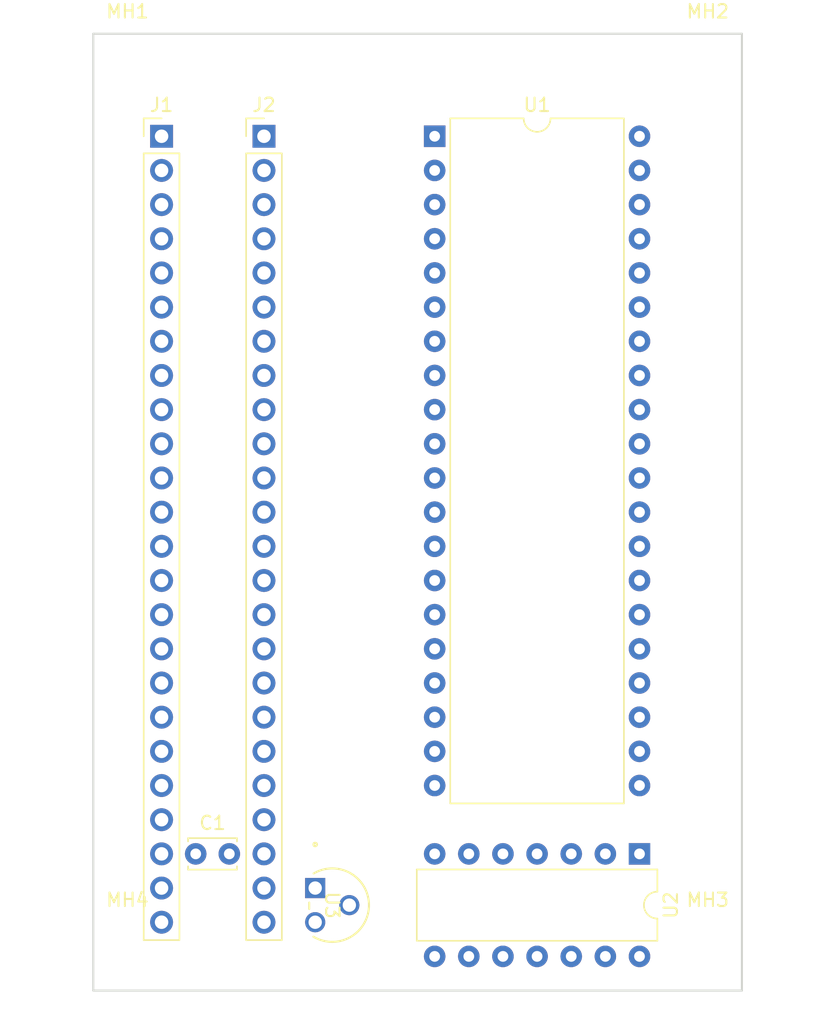
<source format=kicad_pcb>
(kicad_pcb (version 20221018) (generator pcbnew)
  (title_block (title "BionicMOS6502") (company "Tadashi G. Takaoka"))
  (layers (0 "F.Cu" signal) (31 "B.Cu" signal) (34 "B.Paste" user) (35 "F.Paste" user) (36 "B.SilkS" user "B.Silkscreen") (37 "F.SilkS" user "F.Silkscreen") (38 "B.Mask" user) (39 "F.Mask" user) (44 "Edge.Cuts" user))
  (net 0 "")
  (net 1 "VCC")
  (net 2 "GND")
  (net 4 "/P26")
  (net 5 "/P27")
  (net 6 "/P47")
  (net 7 "/P46")
  (net 8 "/P25")
  (net 9 "/P24")
  (net 10 "/P23")
  (net 11 "/P22")
  (net 12 "/P21")
  (net 13 "/P20")
  (net 14 "/P34")
  (net 15 "/P35")
  (net 16 "/P17")
  (net 17 "/P36")
  (net 18 "/P16")
  (net 19 "/P15")
  (net 20 "/P40")
  (net 21 "/P14")
  (net 22 "/P41")
  (net 23 "/P13")
  (net 24 "/P42")
  (net 25 "/P12")
  (net 26 "/P11")
  (net 27 "/P44")
  (net 28 "/P10")
  (net 29 "/P45")
  (net 30 "Net-(U1-BE)")
  (net 31 "/P50")
  (net 32 "/P43")
  (net 33 "/P52")
  (net 34 "/P30")
  (net 35 "/P31")
  (net 36 "/P32")
  (net 37 "/P33")
  (net 38 "/P37")
  (net 39 "/P51")
  (net 40 "/P53")
  (net 41 "/P55")
  (net 42 "/P54")
  (net 43 "Net-(U1-PHI2I)")
  (net 44 "Net-(U1-~{RES})")
  (net 47 "Net-(J2-P57)")
  (footprint "MountingHole:MountingHole_3.2mm_M3" (layer "F.Cu") (at 101 70)
    (fp_text reference "MH1" (at 0 -4.2) (layer "F.SilkS"))
    (fp_text value "MountingHole_3.2mm_M3")
    (pad "" np_thru_hole circle (at 0 0) (size 3.2 3.2) (drill 3.2) (layers "*.Cu" "*.Mask"))
  )
  (footprint "MountingHole:MountingHole_3.2mm_M3" (layer "F.Cu") (at 144.18 70)
    (fp_text reference "MH2" (at 0 -4.2) (layer "F.SilkS"))
    (fp_text value "MountingHole_3.2mm_M3")
    (pad "" np_thru_hole circle (at 0 0) (size 3.2 3.2) (drill 3.2) (layers "*.Cu" "*.Mask"))
  )
  (footprint "MountingHole:MountingHole_3.2mm_M3" (layer "F.Cu") (at 144.18 136.04)
    (fp_text reference "MH3" (at 0 -4.2) (layer "F.SilkS"))
    (fp_text value "MountingHole_3.2mm_M3")
    (pad "" np_thru_hole circle (at 0 0) (size 3.2 3.2) (drill 3.2) (layers "*.Cu" "*.Mask"))
  )
  (footprint "MountingHole:MountingHole_3.2mm_M3" (layer "F.Cu") (at 101 136.04)
    (fp_text reference "MH4" (at 0 -4.2) (layer "F.SilkS"))
    (fp_text value "MountingHole_3.2mm_M3")
    (pad "" np_thru_hole circle (at 0 0) (size 3.2 3.2) (drill 3.2) (layers "*.Cu" "*.Mask"))
  )
  (footprint "Package_DIP:DIP-14_W7.62mm" (layer "F.Cu") (at 139.1 128.42 -90)
    (fp_text reference "U2" (at 3.81 -2.33 90) (layer "F.SilkS"))
    (fp_text value "74HC126")
    (fp_line (start 1.16 -1.33) (end 1.16 16.57) (stroke (width 0.12)) (layer "F.SilkS"))
    (fp_line (start 1.16 16.57) (end 6.46 16.57) (stroke (width 0.12)) (layer "F.SilkS"))
    (fp_line (start 2.81 -1.33) (end 1.16 -1.33) (stroke (width 0.12)) (layer "F.SilkS"))
    (fp_line (start 6.46 -1.33) (end 4.81 -1.33) (stroke (width 0.12)) (layer "F.SilkS"))
    (fp_line (start 6.46 16.57) (end 6.46 -1.33) (stroke (width 0.12)) (layer "F.SilkS"))
    (fp_arc (start 4.81 -1.33) (mid 3.81 -0.33) (end 2.81 -1.33) (stroke (width 0.12)) (layer "F.SilkS"))
    (pad "1" thru_hole rect (at 0 0 270) (size 1.6 1.6) (drill 0.8) (layers "*.Cu" "*.Mask") (net 1 "VCC"))
    (pad "2" thru_hole oval (at 0 2.54 270) (size 1.6 1.6) (drill 0.8) (layers "*.Cu" "*.Mask") (net 7 "/P46"))
    (pad "3" thru_hole oval (at 0 5.08 270) (size 1.6 1.6) (drill 0.8) (layers "*.Cu" "*.Mask") (net 43 "Net-(U1-PHI2I)"))
    (pad "4" thru_hole oval (at 0 7.62 270) (size 1.6 1.6) (drill 0.8) (layers "*.Cu" "*.Mask") (net 1 "VCC"))
    (pad "5" thru_hole oval (at 0 10.16 270) (size 1.6 1.6) (drill 0.8) (layers "*.Cu" "*.Mask") (net 42 "/P54"))
    (pad "6" thru_hole oval (at 0 12.7 270) (size 1.6 1.6) (drill 0.8) (layers "*.Cu" "*.Mask") (net 30 "Net-(U1-BE)"))
    (pad "7" thru_hole oval (at 0 15.24 270) (size 1.6 1.6) (drill 0.8) (layers "*.Cu" "*.Mask") (net 2 "GND"))
    (pad "8" thru_hole oval (at 7.62 15.24 270) (size 1.6 1.6) (drill 0.8) (layers "*.Cu" "*.Mask") (net 44 "Net-(U1-~{RES})"))
    (pad "9" thru_hole oval (at 7.62 12.7 270) (size 1.6 1.6) (drill 0.8) (layers "*.Cu" "*.Mask") (net 40 "/P53"))
    (pad "10" thru_hole oval (at 7.62 10.16 270) (size 1.6 1.6) (drill 0.8) (layers "*.Cu" "*.Mask") (net 1 "VCC"))
    (pad "11" thru_hole oval (at 7.62 7.62 270) (size 1.6 1.6) (drill 0.8) (layers "*.Cu" "*.Mask"))
    (pad "12" thru_hole oval (at 7.62 5.08 270) (size 1.6 1.6) (drill 0.8) (layers "*.Cu" "*.Mask") (net 2 "GND"))
    (pad "13" thru_hole oval (at 7.62 2.54 270) (size 1.6 1.6) (drill 0.8) (layers "*.Cu" "*.Mask") (net 2 "GND"))
    (pad "14" thru_hole oval (at 7.62 0 270) (size 1.6 1.6) (drill 0.8) (layers "*.Cu" "*.Mask") (net 1 "VCC"))
  )
  (footprint "Capacitor_THT:C_Disc_D3.4mm_W2.1mm_P2.50mm" (layer "F.Cu") (at 106.08 128.42)
    (fp_text reference "C1" (at 1.25 -2.3) (layer "F.SilkS"))
    (fp_text value "0.1u")
    (fp_line (start -0.57 -1.17) (end -0.57 -0.925) (stroke (width 0.12)) (layer "F.SilkS"))
    (fp_line (start -0.57 -1.17) (end 3.07 -1.17) (stroke (width 0.12)) (layer "F.SilkS"))
    (fp_line (start -0.57 0.925) (end -0.57 1.17) (stroke (width 0.12)) (layer "F.SilkS"))
    (fp_line (start -0.57 1.17) (end 3.07 1.17) (stroke (width 0.12)) (layer "F.SilkS"))
    (fp_line (start 3.07 -1.17) (end 3.07 -0.925) (stroke (width 0.12)) (layer "F.SilkS"))
    (fp_line (start 3.07 0.925) (end 3.07 1.17) (stroke (width 0.12)) (layer "F.SilkS"))
    (pad "1" thru_hole circle (at 0 0) (size 1.6 1.6) (drill 0.8) (layers "*.Cu" "*.Mask") (net 1 "VCC"))
    (pad "2" thru_hole circle (at 2.5 0) (size 1.6 1.6) (drill 0.8) (layers "*.Cu" "*.Mask") (net 2 "GND"))
  )
  (footprint "Package_DIP:DIP-40_W15.24mm" (layer "F.Cu") (at 123.86 75.08)
    (fp_text reference "U1" (at 7.62 -2.33) (layer "F.SilkS"))
    (fp_text value "W65C816S")
    (fp_line (start 1.16 -1.33) (end 1.16 49.59) (stroke (width 0.12)) (layer "F.SilkS"))
    (fp_line (start 1.16 49.59) (end 14.08 49.59) (stroke (width 0.12)) (layer "F.SilkS"))
    (fp_line (start 6.62 -1.33) (end 1.16 -1.33) (stroke (width 0.12)) (layer "F.SilkS"))
    (fp_line (start 14.08 -1.33) (end 8.62 -1.33) (stroke (width 0.12)) (layer "F.SilkS"))
    (fp_line (start 14.08 49.59) (end 14.08 -1.33) (stroke (width 0.12)) (layer "F.SilkS"))
    (fp_arc (start 8.62 -1.33) (mid 7.62 -0.33) (end 6.62 -1.33) (stroke (width 0.12)) (layer "F.SilkS"))
    (pad "1" thru_hole rect (at 0 0) (size 1.6 1.6) (drill 0.8) (layers "*.Cu" "*.Mask") (net 41 "/P55"))
    (pad "2" thru_hole oval (at 0 2.54) (size 1.6 1.6) (drill 0.8) (layers "*.Cu" "*.Mask") (net 33 "/P52"))
    (pad "3" thru_hole oval (at 0 5.08) (size 1.6 1.6) (drill 0.8) (layers "*.Cu" "*.Mask") (net 31 "/P50"))
    (pad "4" thru_hole oval (at 0 7.62) (size 1.6 1.6) (drill 0.8) (layers "*.Cu" "*.Mask") (net 24 "/P42"))
    (pad "5" thru_hole oval (at 0 10.16) (size 1.6 1.6) (drill 0.8) (layers "*.Cu" "*.Mask") (net 27 "/P44"))
    (pad "6" thru_hole oval (at 0 12.7) (size 1.6 1.6) (drill 0.8) (layers "*.Cu" "*.Mask") (net 32 "/P43"))
    (pad "7" thru_hole oval (at 0 15.24) (size 1.6 1.6) (drill 0.8) (layers "*.Cu" "*.Mask") (net 39 "/P51"))
    (pad "8" thru_hole oval (at 0 17.78) (size 1.6 1.6) (drill 0.8) (layers "*.Cu" "*.Mask") (net 1 "VCC"))
    (pad "9" thru_hole oval (at 0 20.32) (size 1.6 1.6) (drill 0.8) (layers "*.Cu" "*.Mask") (net 13 "/P20"))
    (pad "10" thru_hole oval (at 0 22.86) (size 1.6 1.6) (drill 0.8) (layers "*.Cu" "*.Mask") (net 12 "/P21"))
    (pad "11" thru_hole oval (at 0 25.4) (size 1.6 1.6) (drill 0.8) (layers "*.Cu" "*.Mask") (net 11 "/P22"))
    (pad "12" thru_hole oval (at 0 27.94) (size 1.6 1.6) (drill 0.8) (layers "*.Cu" "*.Mask") (net 10 "/P23"))
    (pad "13" thru_hole oval (at 0 30.48) (size 1.6 1.6) (drill 0.8) (layers "*.Cu" "*.Mask") (net 9 "/P24"))
    (pad "14" thru_hole oval (at 0 33.02) (size 1.6 1.6) (drill 0.8) (layers "*.Cu" "*.Mask") (net 8 "/P25"))
    (pad "15" thru_hole oval (at 0 35.56) (size 1.6 1.6) (drill 0.8) (layers "*.Cu" "*.Mask") (net 4 "/P26"))
    (pad "16" thru_hole oval (at 0 38.1) (size 1.6 1.6) (drill 0.8) (layers "*.Cu" "*.Mask") (net 5 "/P27"))
    (pad "17" thru_hole oval (at 0 40.64) (size 1.6 1.6) (drill 0.8) (layers "*.Cu" "*.Mask") (net 34 "/P30"))
    (pad "18" thru_hole oval (at 0 43.18) (size 1.6 1.6) (drill 0.8) (layers "*.Cu" "*.Mask") (net 35 "/P31"))
    (pad "19" thru_hole oval (at 0 45.72) (size 1.6 1.6) (drill 0.8) (layers "*.Cu" "*.Mask") (net 36 "/P32"))
    (pad "20" thru_hole oval (at 0 48.26) (size 1.6 1.6) (drill 0.8) (layers "*.Cu" "*.Mask") (net 37 "/P33"))
    (pad "21" thru_hole oval (at 15.24 48.26) (size 1.6 1.6) (drill 0.8) (layers "*.Cu" "*.Mask") (net 2 "GND"))
    (pad "22" thru_hole oval (at 15.24 45.72) (size 1.6 1.6) (drill 0.8) (layers "*.Cu" "*.Mask") (net 14 "/P34"))
    (pad "23" thru_hole oval (at 15.24 43.18) (size 1.6 1.6) (drill 0.8) (layers "*.Cu" "*.Mask") (net 15 "/P35"))
    (pad "24" thru_hole oval (at 15.24 40.64) (size 1.6 1.6) (drill 0.8) (layers "*.Cu" "*.Mask") (net 17 "/P36"))
    (pad "25" thru_hole oval (at 15.24 38.1) (size 1.6 1.6) (drill 0.8) (layers "*.Cu" "*.Mask") (net 38 "/P37"))
    (pad "26" thru_hole oval (at 15.24 35.56) (size 1.6 1.6) (drill 0.8) (layers "*.Cu" "*.Mask") (net 16 "/P17"))
    (pad "27" thru_hole oval (at 15.24 33.02) (size 1.6 1.6) (drill 0.8) (layers "*.Cu" "*.Mask") (net 18 "/P16"))
    (pad "28" thru_hole oval (at 15.24 30.48) (size 1.6 1.6) (drill 0.8) (layers "*.Cu" "*.Mask") (net 19 "/P15"))
    (pad "29" thru_hole oval (at 15.24 27.94) (size 1.6 1.6) (drill 0.8) (layers "*.Cu" "*.Mask") (net 21 "/P14"))
    (pad "30" thru_hole oval (at 15.24 25.4) (size 1.6 1.6) (drill 0.8) (layers "*.Cu" "*.Mask") (net 23 "/P13"))
    (pad "31" thru_hole oval (at 15.24 22.86) (size 1.6 1.6) (drill 0.8) (layers "*.Cu" "*.Mask") (net 25 "/P12"))
    (pad "32" thru_hole oval (at 15.24 20.32) (size 1.6 1.6) (drill 0.8) (layers "*.Cu" "*.Mask") (net 26 "/P11"))
    (pad "33" thru_hole oval (at 15.24 17.78) (size 1.6 1.6) (drill 0.8) (layers "*.Cu" "*.Mask") (net 28 "/P10"))
    (pad "34" thru_hole oval (at 15.24 15.24) (size 1.6 1.6) (drill 0.8) (layers "*.Cu" "*.Mask") (net 22 "/P41"))
    (pad "35" thru_hole oval (at 15.24 12.7) (size 1.6 1.6) (drill 0.8) (layers "*.Cu" "*.Mask") (net 20 "/P40"))
    (pad "36" thru_hole oval (at 15.24 10.16) (size 1.6 1.6) (drill 0.8) (layers "*.Cu" "*.Mask") (net 30 "Net-(U1-BE)"))
    (pad "37" thru_hole oval (at 15.24 7.62) (size 1.6 1.6) (drill 0.8) (layers "*.Cu" "*.Mask") (net 43 "Net-(U1-PHI2I)"))
    (pad "38" thru_hole oval (at 15.24 5.08) (size 1.6 1.6) (drill 0.8) (layers "*.Cu" "*.Mask") (net 29 "/P45"))
    (pad "39" thru_hole oval (at 15.24 2.54) (size 1.6 1.6) (drill 0.8) (layers "*.Cu" "*.Mask") (net 6 "/P47"))
    (pad "40" thru_hole oval (at 15.24 0) (size 1.6 1.6) (drill 0.8) (layers "*.Cu" "*.Mask") (net 44 "Net-(U1-~{RES})"))
  )
  (footprint "connector:Bionic-P135_Vertical" (layer "F.Cu") (at 103.54 75.08)
    (fp_text reference "J1" (at 0 -2.33) (layer "F.SilkS"))
    (fp_text value "Bionic-P135")
    (fp_line (start -1.33 -1.33) (end 0 -1.33) (stroke (width 0.12)) (layer "F.SilkS"))
    (fp_line (start -1.33 0) (end -1.33 -1.33) (stroke (width 0.12)) (layer "F.SilkS"))
    (fp_line (start -1.33 1.27) (end -1.33 59.75) (stroke (width 0.12)) (layer "F.SilkS"))
    (fp_line (start -1.33 1.27) (end 1.33 1.27) (stroke (width 0.12)) (layer "F.SilkS"))
    (fp_line (start -1.33 59.75) (end 1.33 59.75) (stroke (width 0.12)) (layer "F.SilkS"))
    (fp_line (start 1.33 1.27) (end 1.33 59.75) (stroke (width 0.12)) (layer "F.SilkS"))
    (pad "1" thru_hole rect (at 0 0) (size 1.7 1.7) (drill 1) (layers "*.Cu" "*.Mask") (net 2 "GND"))
    (pad "2" thru_hole oval (at 0 2.54) (size 1.7 1.7) (drill 1) (layers "*.Cu" "*.Mask") (net 28 "/P10"))
    (pad "3" thru_hole oval (at 0 5.08) (size 1.7 1.7) (drill 1) (layers "*.Cu" "*.Mask") (net 26 "/P11"))
    (pad "4" thru_hole oval (at 0 7.62) (size 1.7 1.7) (drill 1) (layers "*.Cu" "*.Mask") (net 25 "/P12"))
    (pad "5" thru_hole oval (at 0 10.16) (size 1.7 1.7) (drill 1) (layers "*.Cu" "*.Mask") (net 23 "/P13"))
    (pad "6" thru_hole oval (at 0 12.7) (size 1.7 1.7) (drill 1) (layers "*.Cu" "*.Mask") (net 21 "/P14"))
    (pad "7" thru_hole oval (at 0 15.24) (size 1.7 1.7) (drill 1) (layers "*.Cu" "*.Mask") (net 19 "/P15"))
    (pad "8" thru_hole oval (at 0 17.78) (size 1.7 1.7) (drill 1) (layers "*.Cu" "*.Mask") (net 18 "/P16"))
    (pad "9" thru_hole oval (at 0 20.32) (size 1.7 1.7) (drill 1) (layers "*.Cu" "*.Mask") (net 16 "/P17"))
    (pad "10" thru_hole oval (at 0 22.86) (size 1.7 1.7) (drill 1) (layers "*.Cu" "*.Mask"))
    (pad "11" thru_hole oval (at 0 25.4) (size 1.7 1.7) (drill 1) (layers "*.Cu" "*.Mask") (net 34 "/P30"))
    (pad "12" thru_hole oval (at 0 27.94) (size 1.7 1.7) (drill 1) (layers "*.Cu" "*.Mask") (net 35 "/P31"))
    (pad "13" thru_hole oval (at 0 30.48) (size 1.7 1.7) (drill 1) (layers "*.Cu" "*.Mask") (net 36 "/P32"))
    (pad "14" thru_hole oval (at 0 33.02) (size 1.7 1.7) (drill 1) (layers "*.Cu" "*.Mask") (net 37 "/P33"))
    (pad "15" thru_hole oval (at 0 35.56) (size 1.7 1.7) (drill 1) (layers "*.Cu" "*.Mask") (net 14 "/P34"))
    (pad "16" thru_hole oval (at 0 38.1) (size 1.7 1.7) (drill 1) (layers "*.Cu" "*.Mask") (net 15 "/P35"))
    (pad "17" thru_hole oval (at 0 40.64) (size 1.7 1.7) (drill 1) (layers "*.Cu" "*.Mask") (net 17 "/P36"))
    (pad "18" thru_hole oval (at 0 43.18) (size 1.7 1.7) (drill 1) (layers "*.Cu" "*.Mask") (net 38 "/P37"))
    (pad "19" thru_hole oval (at 0 45.72) (size 1.7 1.7) (drill 1) (layers "*.Cu" "*.Mask"))
    (pad "20" thru_hole oval (at 0 48.26) (size 1.7 1.7) (drill 1) (layers "*.Cu" "*.Mask") (net 31 "/P50"))
    (pad "21" thru_hole oval (at 0 50.8) (size 1.7 1.7) (drill 1) (layers "*.Cu" "*.Mask") (net 39 "/P51"))
    (pad "22" thru_hole oval (at 0 53.34) (size 1.7 1.7) (drill 1) (layers "*.Cu" "*.Mask") (net 33 "/P52"))
    (pad "23" thru_hole oval (at 0 55.88) (size 1.7 1.7) (drill 1) (layers "*.Cu" "*.Mask") (net 40 "/P53"))
    (pad "24" thru_hole oval (at 0 58.42) (size 1.7 1.7) (drill 1) (layers "*.Cu" "*.Mask") (net 1 "VCC"))
  )
  (footprint "microchip:TO-92_MC_MCH" (layer "F.Cu") (at 114.97 130.96 -90)
    (fp_text reference "U3" (at 1.27 -1.27 -90 unlocked) (layer "F.SilkS"))
    (fp_text value "11AA010-I/TO")
    (fp_line (start 1.08204 0.4445) (end 1.553476 0.4445) (stroke (width 0.1524)) (layer "F.SilkS"))
    (fp_arc (start -1.08204 0.116917) (mid 0.551186 -3.904186) (end 4.0005 -1.27) (stroke (width 0.1524)) (layer "F.SilkS"))
    (fp_arc (start 4.0005 -1.269999) (mid 3.90215 -0.543764) (end 3.614184 0.130155) (stroke (width 0.1524)) (layer "F.SilkS"))
    (fp_circle (center -3.2385 0) (end -3.1115 0) (stroke (width 0.1524)) (fill none) (layer "F.SilkS"))
    (pad "1" thru_hole rect (at 0 0 270) (size 1.4986 1.4986) (drill 0.9906) (layers "*.Cu" "*.Mask") (net 2 "GND"))
    (pad "2" thru_hole circle (at 1.27 -2.54 270) (size 1.4986 1.4986) (drill 0.9906) (layers "*.Cu" "*.Mask") (net 47 "Net-(J2-P57)"))
    (pad "3" thru_hole circle (at 2.54 0 270) (size 1.4986 1.4986) (drill 0.9906) (layers "*.Cu" "*.Mask") (net 1 "VCC"))
  )
  (footprint "connector:Bionic-P245_Vertical" (layer "F.Cu") (at 111.16 75.08)
    (fp_text reference "J2" (at 0 -2.33) (layer "F.SilkS"))
    (fp_text value "Bionic-P245")
    (fp_line (start -1.33 -1.33) (end 0 -1.33) (stroke (width 0.12)) (layer "F.SilkS"))
    (fp_line (start -1.33 0) (end -1.33 -1.33) (stroke (width 0.12)) (layer "F.SilkS"))
    (fp_line (start -1.33 1.27) (end -1.33 59.75) (stroke (width 0.12)) (layer "F.SilkS"))
    (fp_line (start -1.33 1.27) (end 1.33 1.27) (stroke (width 0.12)) (layer "F.SilkS"))
    (fp_line (start -1.33 59.75) (end 1.33 59.75) (stroke (width 0.12)) (layer "F.SilkS"))
    (fp_line (start 1.33 1.27) (end 1.33 59.75) (stroke (width 0.12)) (layer "F.SilkS"))
    (pad "25" thru_hole oval (at 0 58.42) (size 1.7 1.7) (drill 1) (layers "*.Cu" "*.Mask") (net 1 "VCC"))
    (pad "26" thru_hole oval (at 0 55.88) (size 1.7 1.7) (drill 1) (layers "*.Cu" "*.Mask") (net 47 "Net-(J2-P57)"))
    (pad "27" thru_hole oval (at 0 53.34) (size 1.7 1.7) (drill 1) (layers "*.Cu" "*.Mask"))
    (pad "28" thru_hole oval (at 0 50.8) (size 1.7 1.7) (drill 1) (layers "*.Cu" "*.Mask") (net 41 "/P55"))
    (pad "29" thru_hole oval (at 0 48.26) (size 1.7 1.7) (drill 1) (layers "*.Cu" "*.Mask") (net 42 "/P54"))
    (pad "30" thru_hole oval (at 0 45.72) (size 1.7 1.7) (drill 1) (layers "*.Cu" "*.Mask"))
    (pad "31" thru_hole oval (at 0 43.18) (size 1.7 1.7) (drill 1) (layers "*.Cu" "*.Mask") (net 6 "/P47"))
    (pad "32" thru_hole oval (at 0 40.64) (size 1.7 1.7) (drill 1) (layers "*.Cu" "*.Mask") (net 7 "/P46"))
    (pad "33" thru_hole oval (at 0 38.1) (size 1.7 1.7) (drill 1) (layers "*.Cu" "*.Mask") (net 29 "/P45"))
    (pad "34" thru_hole oval (at 0 35.56) (size 1.7 1.7) (drill 1) (layers "*.Cu" "*.Mask") (net 27 "/P44"))
    (pad "35" thru_hole oval (at 0 33.02) (size 1.7 1.7) (drill 1) (layers "*.Cu" "*.Mask") (net 32 "/P43"))
    (pad "36" thru_hole oval (at 0 30.48) (size 1.7 1.7) (drill 1) (layers "*.Cu" "*.Mask") (net 24 "/P42"))
    (pad "37" thru_hole oval (at 0 27.94) (size 1.7 1.7) (drill 1) (layers "*.Cu" "*.Mask") (net 22 "/P41"))
    (pad "38" thru_hole oval (at 0 25.4) (size 1.7 1.7) (drill 1) (layers "*.Cu" "*.Mask") (net 20 "/P40"))
    (pad "39" thru_hole oval (at 0 22.86) (size 1.7 1.7) (drill 1) (layers "*.Cu" "*.Mask"))
    (pad "40" thru_hole oval (at 0 20.32) (size 1.7 1.7) (drill 1) (layers "*.Cu" "*.Mask") (net 5 "/P27"))
    (pad "41" thru_hole oval (at 0 17.78) (size 1.7 1.7) (drill 1) (layers "*.Cu" "*.Mask") (net 4 "/P26"))
    (pad "42" thru_hole oval (at 0 15.24) (size 1.7 1.7) (drill 1) (layers "*.Cu" "*.Mask") (net 8 "/P25"))
    (pad "43" thru_hole oval (at 0 12.7) (size 1.7 1.7) (drill 1) (layers "*.Cu" "*.Mask") (net 9 "/P24"))
    (pad "44" thru_hole oval (at 0 10.16) (size 1.7 1.7) (drill 1) (layers "*.Cu" "*.Mask") (net 10 "/P23"))
    (pad "45" thru_hole oval (at 0 7.62) (size 1.7 1.7) (drill 1) (layers "*.Cu" "*.Mask") (net 11 "/P22"))
    (pad "46" thru_hole oval (at 0 5.08) (size 1.7 1.7) (drill 1) (layers "*.Cu" "*.Mask") (net 12 "/P21"))
    (pad "47" thru_hole oval (at 0 2.54) (size 1.7 1.7) (drill 1) (layers "*.Cu" "*.Mask") (net 13 "/P20"))
    (pad "48" thru_hole rect (at 0 0) (size 1.7 1.7) (drill 1) (layers "*.Cu" "*.Mask") (net 2 "GND"))
  )
  (gr_line (start 98.46 138.58) (end 98.46 67.46) (stroke (width 0.15)) (layer "Edge.Cuts"))
  (gr_line (start 98.46 67.46) (end 146.72 67.46) (stroke (width 0.15)) (layer "Edge.Cuts"))
  (gr_line (start 146.72 67.46) (end 146.72 138.58) (stroke (width 0.15)) (layer "Edge.Cuts"))
  (gr_line (start 146.72 138.58) (end 98.46 138.58) (stroke (width 0.15)) (layer "Edge.Cuts"))
)
</source>
